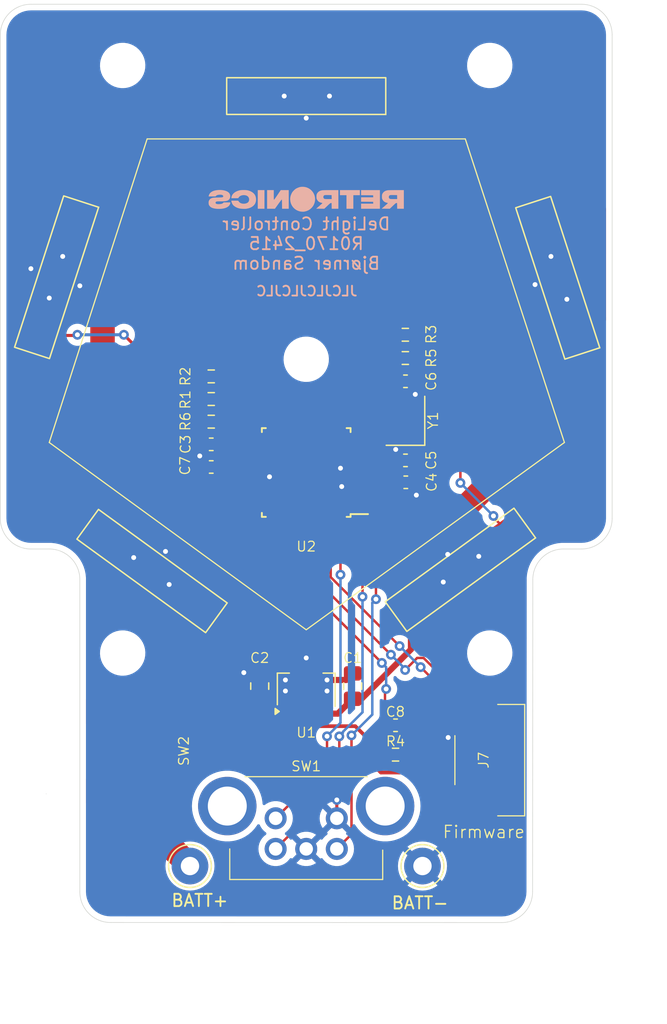
<source format=kicad_pcb>
(kicad_pcb (version 20221018) (generator pcbnew)
  (title_block (title "DeLight Omni Controller") (company "Retronics - Bjørner Sandom"))
  (layers (0 "F.Cu" signal) (31 "B.Cu" signal) (34 "B.Paste" user) (35 "F.Paste" user) (36 "B.SilkS" user "B.Silkscreen") (37 "F.SilkS" user "F.Silkscreen") (38 "B.Mask" user) (39 "F.Mask" user) (44 "Edge.Cuts" user))
  (net 0 "")
  (net 1 "+18V")
  (net 2 "GND")
  (net 3 "+5V")
  (net 4 "Net-(U2-XTAL1)")
  (net 5 "Net-(U2-XTAL2)")
  (net 6 "Net-(U2-AREF)")
  (net 7 "Net-(U2-~{RESET})")
  (net 8 "Net-(J4-Pin_3)")
  (net 9 "Net-(J5-Pin_3)")
  (net 10 "Net-(J6-Pin_3)")
  (net 11 "Net-(J7-Pin_3)")
  (net 12 "PWM1")
  (net 13 "PWM2")
  (net 14 "PWM3")
  (net 15 "PWM4")
  (net 16 "PWM5")
  (net 17 "ENC_A")
  (net 18 "ENC_B")
  (net 19 "ENC_SW")
  (net 32 "Net-(J7-Pin_1)")
  (net 33 "Net-(J3-Pin_1)")
  (net 34 "Net-(J7-Pin_4)")
  (net 35 "Net-(J8-Pin_3)")
  (net 36 "Net-(J1-Pin_1)")
  (footprint "Retronics_Passives:C_0603_1608Metric_Pad1.08x0.95mm_HandSolder" (layer "F.Cu") (at 70.6125 70.8)
    (fp_text reference "C6" (at 2.1 0 90) (layer "F.SilkS") (effects (font (size 0.8 0.8) (thickness 0.1))))
    (fp_text value "22pF")
    (pad "1" smd roundrect (at -0.8625 0) (size 1.075 0.95) (layers "F.Cu" "F.Paste" "F.Mask") (net 5 "Net-(U2-XTAL2)"))
    (pad "2" smd roundrect (at 0.8625 0) (size 1.075 0.95) (layers "F.Cu" "F.Paste" "F.Mask") (net 2 "GND"))
  )
  (footprint "Retronics_Passives:R_0603_1608Metric_Pad0.98x0.95mm_HandSolder" (layer "F.Cu") (at 70.6 68.9)
    (fp_text reference "R5" (at 2.1125 0 90) (layer "F.SilkS") (effects (font (size 0.8 0.8) (thickness 0.1))))
    (fp_text value "10kΩ")
    (pad "1" smd roundrect (at -0.9125 0) (size 0.975 0.95) (layers "F.Cu" "F.Paste" "F.Mask") (net 14 "PWM3"))
    (pad "2" smd roundrect (at 0.9125 0) (size 0.975 0.95) (layers "F.Cu" "F.Paste" "F.Mask") (net 10 "Net-(J6-Pin_3)"))
  )
  (footprint "Retronics_Passives:C_0603_1608Metric_Pad1.08x0.95mm_HandSolder" (layer "F.Cu") (at 70.6375 79.05)
    (fp_text reference "C4" (at 2.1125 0 90) (layer "F.SilkS") (effects (font (size 0.8 0.8) (thickness 0.1))))
    (fp_text value "100nF")
    (pad "1" smd roundrect (at -0.8625 0) (size 1.075 0.95) (layers "F.Cu" "F.Paste" "F.Mask") (net 3 "+5V"))
    (pad "2" smd roundrect (at 0.8625 0) (size 1.075 0.95) (layers "F.Cu" "F.Paste" "F.Mask") (net 2 "GND"))
  )
  (footprint "Retronics_Connectors:Pads_3_2.5x2.5mm_5mmPitch" (layer "F.Cu") (at 40.554915 67.055283 72)
    (fp_text reference "J3" hide)
    (fp_text value "Conn_01x03")
    (pad "1" smd rect (at 0 0 162) (size 2.5 2.5) (layers "F.Cu" "F.Paste" "F.Mask") (net 33 "Net-(J3-Pin_1)"))
    (pad "2" smd rect (at 5 0 162) (size 2.5 2.5) (layers "F.Cu" "F.Paste" "F.Mask") (net 2 "GND"))
    (pad "3" smd rect (at 10 0 162) (size 2.5 2.5) (layers "F.Cu" "F.Paste" "F.Mask") (net 1 "+18V"))
  )
  (footprint "Retronics_Connectors:Pads_3_2.5x2.5mm_5mmPitch" (layer "F.Cu") (at 45.854915 83.361074 -36)
    (fp_text reference "J8" hide)
    (fp_text value "Conn_01x03")
    (pad "1" smd rect (at 0 0 54) (size 2.5 2.5) (layers "F.Cu" "F.Paste" "F.Mask") (net 1 "+18V"))
    (pad "2" smd rect (at 5 0 54) (size 2.5 2.5) (layers "F.Cu" "F.Paste" "F.Mask") (net 2 "GND"))
    (pad "3" smd rect (at 10 0 54) (size 2.5 2.5) (layers "F.Cu" "F.Paste" "F.Mask") (net 35 "Net-(J8-Pin_3)"))
  )
  (footprint "Retronics_Passives:C_0805_2012Metric_Pad1.18x1.45mm_HandSolder" (layer "F.Cu") (at 58.7 95.7 90)
    (fp_text reference "C2" (at 2.3 0 180) (layer "F.SilkS") (effects (font (size 0.8 0.8) (thickness 0.1))))
    (fp_text value "1µF")
    (pad "1" smd roundrect (at -1.0375 0 90) (size 1.175 1.45) (layers "F.Cu" "F.Paste" "F.Mask") (roundrect_rratio 0.2127659574) (net 3 "+5V"))
    (pad "2" smd roundrect (at 1.0375 0 90) (size 1.175 1.45) (layers "F.Cu" "F.Paste" "F.Mask") (roundrect_rratio 0.2127659574) (net 2 "GND"))
  )
  (footprint "Retronics_Passives:C_0805_2012Metric_Pad1.18x1.45mm_HandSolder" (layer "F.Cu") (at 66.3 95.7 90)
    (fp_text reference "C1" (at 2.3 0 180) (layer "F.SilkS") (effects (font (size 0.8 0.8) (thickness 0.1))))
    (fp_text value "10µF 50V")
    (pad "1" smd roundrect (at -1.0375 0 90) (size 1.175 1.45) (layers "F.Cu" "F.Paste" "F.Mask") (roundrect_rratio 0.2127659574) (net 1 "+18V"))
    (pad "2" smd roundrect (at 1.0375 0 90) (size 1.175 1.45) (layers "F.Cu" "F.Paste" "F.Mask") (roundrect_rratio 0.2127659574) (net 2 "GND"))
  )
  (footprint "Retronics_Passives:C_0603_1608Metric_Pad1.08x0.95mm_HandSolder" (layer "F.Cu") (at 69.8 98.9 180)
    (fp_text reference "C8" (at 0.01 1.1) (layer "F.SilkS") (effects (font (size 0.8 0.8) (thickness 0.1))))
    (fp_text value "10nF")
    (pad "1" smd roundrect (at -0.8625 0 180) (size 1.075 0.95) (layers "F.Cu" "F.Paste" "F.Mask") (net 32 "Net-(J7-Pin_1)"))
    (pad "2" smd roundrect (at 0.8625 0 180) (size 1.075 0.95) (layers "F.Cu" "F.Paste" "F.Mask") (net 7 "Net-(U2-~{RESET})"))
  )
  (footprint "MountingHole:MountingHole_3.2mm_M3" (layer "F.Cu") (at 77.5 45)
    (fp_text reference "H5" hide)
    (fp_text value "MountingHole")
    (pad "" np_thru_hole circle (at 0 0) (size 3.2 3.2) (drill 3.2) (layers "*.Cu" "*.Mask"))
  )
  (footprint "Retronics_Connectors:Pads_3_2.5x2.5mm_5mmPitch" (layer "F.Cu") (at 67.5 47.5 180)
    (fp_text reference "J4" hide)
    (fp_text value "Conn_01x03")
    (pad "1" smd rect (at 0 0 270) (size 2.5 2.5) (layers "F.Cu" "F.Paste" "F.Mask") (net 1 "+18V"))
    (pad "2" smd rect (at 5 0 270) (size 2.5 2.5) (layers "F.Cu" "F.Paste" "F.Mask") (net 2 "GND"))
    (pad "3" smd rect (at 10 0 270) (size 2.5 2.5) (layers "F.Cu" "F.Paste" "F.Mask") (net 8 "Net-(J4-Pin_3)"))
  )
  (footprint "Retronics_Passives:R_0603_1608Metric_Pad0.98x0.95mm_HandSolder" (layer "F.Cu") (at 69.8 101.3 180)
    (fp_text reference "R4" (at 0 1.09) (layer "F.SilkS") (effects (font (size 0.8 0.8) (thickness 0.1))))
    (fp_text value "10kΩ")
    (pad "1" smd roundrect (at -0.9125 0 180) (size 0.975 0.95) (layers "F.Cu" "F.Paste" "F.Mask") (net 3 "+5V"))
    (pad "2" smd roundrect (at 0.9125 0 180) (size 0.975 0.95) (layers "F.Cu" "F.Paste" "F.Mask") (net 7 "Net-(U2-~{RESET})"))
  )
  (footprint "Retronics_IC_Power:SOT-89-3" (layer "F.Cu") (at 62.5 96 90)
    (fp_text reference "U1" (at -3.5 0 180) (layer "F.SilkS") (effects (font (size 0.8 0.8) (thickness 0.1))))
    (fp_text value "L78L05_SOT89")
    (pad "1" smd roundrect (at -1.95 -1.5 90) (size 1.3 0.9) (layers "F.Cu" "F.Paste" "F.Mask") (net 3 "+5V"))
    (pad "2" smd custom (at -1.8625 0 90) (size 1.475 0.9) (layers "F.Cu" "F.Paste" "F.Mask") (net 2 "GND") (options (clearance outline) (anchor rect)) (primitives (gr_poly (pts (xy 3.8625 0.8665) (xy 0.7375 0.8665) (xy 0.7375 -0.8665) (xy 3.8625 -0.8665)) (width 0) (fill yes))))
    (pad "3" smd roundrect (at -1.95 1.5 90) (size 1.3 0.9) (layers "F.Cu" "F.Paste" "F.Mask") (net 1 "+18V"))
  )
  (footprint "Crystal:Crystal_SMD_SeikoEpson_TSX3225-4Pin_3.2x2.5mm" (layer "F.Cu") (at 70.6125 74.03 90)
    (fp_text reference "Y1" (at 0.03 2.25 90) (layer "F.SilkS") (effects (font (size 0.8 0.8) (thickness 0.1))))
    (fp_text value "16MHz 16pF")
    (pad "1" smd rect (at -1.1 0.8 90) (size 1.4 1.15) (layers "F.Cu" "F.Paste" "F.Mask") (net 4 "Net-(U2-XTAL1)"))
    (pad "2" smd rect (at 1.1 0.8 90) (size 1.4 1.15) (layers "F.Cu" "F.Paste" "F.Mask") (net 2 "GND"))
    (pad "3" smd rect (at 1.1 -0.8 90) (size 1.4 1.15) (layers "F.Cu" "F.Paste" "F.Mask") (net 5 "Net-(U2-XTAL2)"))
    (pad "4" smd rect (at -1.1 -0.8 90) (size 1.4 1.15) (layers "F.Cu" "F.Paste" "F.Mask") (net 2 "GND"))
  )
  (footprint "Retronics_Passives:C_0603_1608Metric_Pad1.08x0.95mm_HandSolder" (layer "F.Cu") (at 54.7375 75.95 180)
    (fp_text reference "C3" (at 2.1 0 90) (layer "F.SilkS") (effects (font (size 0.8 0.8) (thickness 0.1))))
    (fp_text value "100nF")
    (pad "1" smd roundrect (at -0.8625 0 180) (size 1.075 0.95) (layers "F.Cu" "F.Paste" "F.Mask") (net 3 "+5V"))
    (pad "2" smd roundrect (at 0.8625 0 180) (size 1.075 0.95) (layers "F.Cu" "F.Paste" "F.Mask") (net 2 "GND"))
  )
  (footprint "Retronics_Passives:C_0603_1608Metric_Pad1.08x0.95mm_HandSolder" (layer "F.Cu") (at 54.7375 77.8 180)
    (fp_text reference "C7" (at 2.1375 0.1 90) (layer "F.SilkS") (effects (font (size 0.8 0.8) (thickness 0.1))))
    (fp_text value "100nF")
    (pad "1" smd roundrect (at -0.8625 0 180) (size 1.075 0.95) (layers "F.Cu" "F.Paste" "F.Mask") (net 6 "Net-(U2-AREF)"))
    (pad "2" smd roundrect (at 0.8625 0 180) (size 1.075 0.95) (layers "F.Cu" "F.Paste" "F.Mask") (net 2 "GND"))
  )
  (footprint "Retronics_Passives:R_0603_1608Metric_Pad0.98x0.95mm_HandSolder" (layer "F.Cu") (at 54.7375 70.4 180)
    (fp_text reference "R2" (at 2.1125 0 90) (layer "F.SilkS") (effects (font (size 0.8 0.8) (thickness 0.1))))
    (fp_text value "10kΩ")
    (pad "1" smd roundrect (at -0.9125 0 180) (size 0.975 0.95) (layers "F.Cu" "F.Paste" "F.Mask") (net 12 "PWM1"))
    (pad "2" smd roundrect (at 0.9125 0 180) (size 0.975 0.95) (layers "F.Cu" "F.Paste" "F.Mask") (net 8 "Net-(J4-Pin_3)"))
  )
  (footprint "Retronics_Switches:PEC12R-2220F-S0024" (layer "F.Cu") (at 60 106.5)
    (fp_text reference "SW1" (at 2.5 -4.25) (layer "F.SilkS") (effects (font (size 0.8 0.8) (thickness 0.1))))
    (fp_text value "RotaryEncoder_Switch" hide)
    (pad "A" thru_hole circle (at 0 2.5) (size 1.8 1.8) (drill 1.1) (layers "*.Cu" "*.Mask") (net 17 "ENC_A"))
    (pad "B" thru_hole circle (at 5 2.5) (size 1.8 1.8) (drill 1.1) (layers "*.Cu" "*.Mask") (net 18 "ENC_B"))
    (pad "C" thru_hole circle (at 2.5 2.5) (size 1.8 1.8) (drill 1.1) (layers "*.Cu" "*.Mask") (net 2 "GND"))
    (pad "MH1" thru_hole circle (at -3.95 -1) (size 4.774 4.774) (drill 3.1828) (layers "*.Cu" "*.Mask"))
    (pad "MH2" thru_hole circle (at 8.95 -1) (size 4.774 4.774) (drill 3.1828) (layers "*.Cu" "*.Mask"))
    (pad "S1" thru_hole circle (at 0 0) (size 1.8 1.8) (drill 1.1) (layers "*.Cu" "*.Mask") (net 19 "ENC_SW"))
    (pad "S2" thru_hole circle (at 5 0) (size 1.8 1.8) (drill 1.1) (layers "*.Cu" "*.Mask") (net 2 "GND"))
  )
  (footprint "TestPoint:TestPoint_THTPad_D3.0mm_Drill1.5mm" (layer "F.Cu") (at 53 110.4)
    (fp_text reference "J1" hide)
    (fp_text value "Conn_01x01")
    (pad "1" thru_hole circle (at 0 0) (size 3 3) (drill 1.5) (layers "*.Cu" "*.Mask") (net 36 "Net-(J1-Pin_1)"))
  )
  (footprint "Retronics_Passives:R_0603_1608Metric_Pad0.98x0.95mm_HandSolder" (layer "F.Cu") (at 54.7375 72.25 180)
    (fp_text reference "R1" (at 2.1125 -0.05 90) (layer "F.SilkS") (effects (font (size 0.8 0.8) (thickness 0.1))))
    (fp_text value "10kΩ")
    (pad "1" smd roundrect (at -0.9125 0 180) (size 0.975 0.95) (layers "F.Cu" "F.Paste" "F.Mask") (net 15 "PWM4"))
    (pad "2" smd roundrect (at 0.9125 0 180) (size 0.975 0.95) (layers "F.Cu" "F.Paste" "F.Mask") (net 33 "Net-(J3-Pin_1)"))
  )
  (footprint "Retronics_Connectors:Pads_3_2.5x2.5mm_5mmPitch" (layer "F.Cu") (at 71.054915 89.138927 36)
    (fp_text reference "J6" hide)
    (fp_text value "Conn_01x03")
    (pad "1" smd rect (at 0 0 126) (size 2.5 2.5) (layers "F.Cu" "F.Paste" "F.Mask") (net 1 "+18V"))
    (pad "2" smd rect (at 5 0 126) (size 2.5 2.5) (layers "F.Cu" "F.Paste" "F.Mask") (net 2 "GND"))
    (pad "3" smd rect (at 10 0 126) (size 2.5 2.5) (layers "F.Cu" "F.Paste" "F.Mask") (net 10 "Net-(J6-Pin_3)"))
  )
  (footprint "Retronics_Passives:C_0603_1608Metric_Pad1.08x0.95mm_HandSolder" (layer "F.Cu") (at 70.6125 77.26 180)
    (fp_text reference "C5" (at -2.1 0.01 90) (layer "F.SilkS") (effects (font (size 0.8 0.8) (thickness 0.1))))
    (fp_text value "22pF")
    (pad "1" smd roundrect (at -0.8625 0 180) (size 1.075 0.95) (layers "F.Cu" "F.Paste" "F.Mask") (net 4 "Net-(U2-XTAL1)"))
    (pad "2" smd roundrect (at 0.8625 0 180) (size 1.075 0.95) (layers "F.Cu" "F.Paste" "F.Mask") (net 2 "GND"))
  )
  (footprint "Retronics_MCU:TQFP-32_7x7mm_P0.8mm" (layer "F.Cu") (at 62.5 78.25 180)
    (fp_text reference "U2" (at 0 -6.05 180) (layer "F.SilkS") (effects (font (size 0.8 0.8) (thickness 0.1))))
    (fp_text value "ATMEGA328P-AU")
    (pad "1" smd rect (at -4.25 -2.8 180) (size 1.6 0.55) (layers "F.Cu" "F.Paste" "F.Mask") (net 17 "ENC_A"))
    (pad "2" smd rect (at -4.25 -2 180) (size 1.6 0.55) (layers "F.Cu" "F.Paste" "F.Mask") (net 18 "ENC_B"))
    (pad "3" smd rect (at -4.25 -1.2 180) (size 1.6 0.55) (layers "F.Cu" "F.Paste" "F.Mask") (net 2 "GND"))
    (pad "4" smd rect (at -4.25 -0.4 180) (size 1.6 0.55) (layers "F.Cu" "F.Paste" "F.Mask") (net 3 "+5V"))
    (pad "5" smd rect (at -4.25 0.4 180) (size 1.6 0.55) (layers "F.Cu" "F.Paste" "F.Mask") (net 2 "GND"))
    (pad "6" smd rect (at -4.25 1.2 180) (size 1.6 0.55) (layers "F.Cu" "F.Paste" "F.Mask") (net 3 "+5V"))
    (pad "7" smd rect (at -4.25 2 180) (size 1.6 0.55) (layers "F.Cu" "F.Paste" "F.Mask") (net 4 "Net-(U2-XTAL1)"))
    (pad "8" smd rect (at -4.25 2.8 180) (size 1.6 0.55) (layers "F.Cu" "F.Paste" "F.Mask") (net 5 "Net-(U2-XTAL2)"))
    (pad "9" smd rect (at -2.8 4.25 270) (size 1.6 0.55) (layers "F.Cu" "F.Paste" "F.Mask") (net 14 "PWM3"))
    (pad "10" smd rect (at -2 4.25 270) (size 1.6 0.55) (layers "F.Cu" "F.Paste" "F.Mask") (net 13 "PWM2"))
    (pad "11" smd rect (at -1.2 4.25 270) (size 1.6 0.55) (layers "F.Cu" "F.Paste" "F.Mask"))
    (pad "12" smd rect (at -0.4 4.25 270) (size 1.6 0.55) (layers "F.Cu" "F.Paste" "F.Mask"))
    (pad "13" smd rect (at 0.4 4.25 270) (size 1.6 0.55) (layers "F.Cu" "F.Paste" "F.Mask") (net 12 "PWM1"))
    (pad "14" smd rect (at 1.2 4.25 270) (size 1.6 0.55) (layers "F.Cu" "F.Paste" "F.Mask") (net 16 "PWM5"))
    (pad "15" smd rect (at 2 4.25 270) (size 1.6 0.55) (layers "F.Cu" "F.Paste" "F.Mask") (net 15 "PWM4"))
    (pad "16" smd rect (at 2.8 4.25 270) (size 1.6 0.55) (layers "F.Cu" "F.Paste" "F.Mask"))
    (pad "17" smd rect (at 4.25 2.8 180) (size 1.6 0.55) (layers "F.Cu" "F.Paste" "F.Mask"))
    (pad "18" smd rect (at 4.25 2 180) (size 1.6 0.55) (layers "F.Cu" "F.Paste" "F.Mask") (net 3 "+5V"))
    (pad "19" smd rect (at 4.25 1.2 180) (size 1.6 0.55) (layers "F.Cu" "F.Paste" "F.Mask"))
    (pad "20" smd rect (at 4.25 0.4 180) (size 1.6 0.55) (layers "F.Cu" "F.Paste" "F.Mask") (net 6 "Net-(U2-AREF)"))
    (pad "21" smd rect (at 4.25 -0.4 180) (size 1.6 0.55) (layers "F.Cu" "F.Paste" "F.Mask") (net 2 "GND"))
    (pad "22" smd rect (at 4.25 -1.2 180) (size 1.6 0.55) (layers "F.Cu" "F.Paste" "F.Mask"))
    (pad "23" smd rect (at 4.25 -2 180) (size 1.6 0.55) (layers "F.Cu" "F.Paste" "F.Mask"))
    (pad "24" smd rect (at 4.25 -2.8 180) (size 1.6 0.55) (layers "F.Cu" "F.Paste" "F.Mask"))
    (pad "25" smd rect (at 2.8 -4.25 270) (size 1.6 0.55) (layers "F.Cu" "F.Paste" "F.Mask"))
    (pad "26" smd rect (at 2 -4.25 270) (size 1.6 0.55) (layers "F.Cu" "F.Paste" "F.Mask"))
    (pad "27" smd rect (at 1.2 -4.25 270) (size 1.6 0.55) (layers "F.Cu" "F.Paste" "F.Mask"))
    (pad "28" smd rect (at 0.4 -4.25 270) (size 1.6 0.55) (layers "F.Cu" "F.Paste" "F.Mask"))
    (pad "29" smd rect (at -0.4 -4.25 270) (size 1.6 0.55) (layers "F.Cu" "F.Paste" "F.Mask") (net 7 "Net-(U2-~{RESET})"))
    (pad "30" smd rect (at -1.2 -4.25 270) (size 1.6 0.55) (layers "F.Cu" "F.Paste" "F.Mask") (net 34 "Net-(J7-Pin_4)"))
    (pad "31" smd rect (at -2 -4.25 270) (size 1.6 0.55) (layers "F.Cu" "F.Paste" "F.Mask") (net 11 "Net-(J7-Pin_3)"))
    (pad "32" smd rect (at -2.8 -4.25 270) (size 1.6 0.55) (layers "F.Cu" "F.Paste" "F.Mask") (net 19 "ENC_SW"))
  )
  (footprint "Retronics_Passives:R_0603_1608Metric_Pad0.98x0.95mm_HandSolder" (layer "F.Cu") (at 54.7375 74.1 180)
    (fp_text reference "R6" (at 2.1125 0.02 90) (layer "F.SilkS") (effects (font (size 0.8 0.8) (thickness 0.1))))
    (fp_text value "10kΩ")
    (pad "1" smd roundrect (at -0.9125 0 180) (size 0.975 0.95) (layers "F.Cu" "F.Paste" "F.Mask") (net 16 "PWM5"))
    (pad "2" smd roundrect (at 0.9125 0 180) (size 0.975 0.95) (layers "F.Cu" "F.Paste" "F.Mask") (net 35 "Net-(J8-Pin_3)"))
  )
  (footprint "MountingHole:MountingHole_3.2mm_M3" (layer "F.Cu") (at 47.5 93)
    (fp_text reference "H3" hide)
    (fp_text value "MountingHole")
    (pad "" np_thru_hole circle (at 0 0) (size 3.2 3.2) (drill 3.2) (layers "*.Cu" "*.Mask"))
  )
  (footprint "Retronics_Passives:R_0603_1608Metric_Pad0.98x0.95mm_HandSolder" (layer "F.Cu") (at 70.6 67)
    (fp_text reference "R3" (at 2.1125 -0.0375 90) (layer "F.SilkS") (effects (font (size 0.8 0.8) (thickness 0.1))))
    (fp_text value "10kΩ")
    (pad "1" smd roundrect (at -0.9125 0) (size 0.975 0.95) (layers "F.Cu" "F.Paste" "F.Mask") (net 13 "PWM2"))
    (pad "2" smd roundrect (at 0.9125 0) (size 0.975 0.95) (layers "F.Cu" "F.Paste" "F.Mask") (net 9 "Net-(J5-Pin_3)"))
  )
  (footprint "MountingHole:MountingHole_3.2mm_M3" (layer "F.Cu") (at 77.5 93)
    (fp_text reference "H4" hide)
    (fp_text value "MountingHole")
    (pad "" np_thru_hole circle (at 0 0) (size 3.2 3.2) (drill 3.2) (layers "*.Cu" "*.Mask"))
  )
  (footprint "MountingHole:MountingHole_3.2mm_M3" (layer "F.Cu") (at 62.5 69)
    (fp_text reference "H2" hide)
    (fp_text value "MountingHole")
    (pad "" np_thru_hole circle locked (at 0 0) (size 3.2 3.2) (drill 3.2) (layers "*.Cu" "*.Mask"))
  )
  (footprint "TestPoint:TestPoint_THTPad_D3.0mm_Drill1.5mm" (layer "F.Cu") (at 72 110.4)
    (fp_text reference "J2" hide)
    (fp_text value "Conn_01x01")
    (pad "1" thru_hole circle (at 0 0) (size 3 3) (drill 1.5) (layers "*.Cu" "*.Mask") (net 2 "GND"))
  )
  (footprint "Retronics_Connectors:Pads_Dual_7x2mm_6.5mmPitch" (layer "F.Cu") (at 48 104.275 90)
    (fp_text reference "SW2" (at 3.275 4.5 90 unlocked) (layer "F.SilkS") (effects (font (size 0.8 0.8) (thickness 0.1))))
    (fp_text value "KCD1-A")
    (pad "1" smd rect (at 0 0 270) (size 2 7) (layers "F.Cu" "F.Paste" "F.Mask") (net 36 "Net-(J1-Pin_1)"))
    (pad "2" smd rect (at 6.5 0 270) (size 2 7) (layers "F.Cu" "F.Paste" "F.Mask") (net 1 "+18V"))
  )
  (footprint "Retronics_Connectors:Pads_3_2.5x2.5mm_5mmPitch" (layer "F.Cu") (at 84.6 67.1 108)
    (fp_text reference "J5" hide)
    (fp_text value "Conn_01x03")
    (pad "1" smd rect (at 0 0 198) (size 2.5 2.5) (layers "F.Cu" "F.Paste" "F.Mask") (net 1 "+18V"))
    (pad "2" smd rect (at 5 0 198) (size 2.5 2.5) (layers "F.Cu" "F.Paste" "F.Mask") (net 2 "GND"))
    (pad "3" smd rect (at 10 0 198) (size 2.5 2.5) (layers "F.Cu" "F.Paste" "F.Mask") (net 9 "Net-(J5-Pin_3)"))
  )
  (footprint "Retronics_Connectors:FFC_0527450697" (layer "F.Cu") (at 77 101.75 90)
    (fp_text reference "J7" (at 0 0 90) (layer "F.SilkS") (effects (font (size 0.8 0.8) (thickness 0.1))))
    (fp_text value "FFC6" hide)
    (pad "1" smd rect (at -1.25 -2.95 90) (size 0.3 0.8) (layers "F.Cu" "F.Paste" "F.Mask") (net 32 "Net-(J7-Pin_1)"))
    (pad "2" smd rect (at -0.75 -2.95 90) (size 0.3 0.8) (layers "F.Cu" "F.Paste" "F.Mask") (net 3 "+5V"))
    (pad "3" smd rect (at -0.25 -2.95 90) (size 0.3 0.8) (layers "F.Cu" "F.Paste" "F.Mask") (net 11 "Net-(J7-Pin_3)"))
    (pad "4" smd rect (at 0.25 -2.95 90) (size 0.3 0.8) (layers "F.Cu" "F.Paste" "F.Mask") (net 34 "Net-(J7-Pin_4)"))
    (pad "5" smd rect (at 0.75 -2.95 90) (size 0.3 0.8) (layers "F.Cu" "F.Paste" "F.Mask") (net 2 "GND"))
    (pad "6" smd rect (at 1.25 -2.95 90) (size 0.3 0.8) (layers "F.Cu" "F.Paste" "F.Mask") (net 2 "GND"))
    (pad "7" smd rect (at -3.7 -1.025 90) (size 2.4 3.05) (layers "F.Cu" "F.Paste" "F.Mask"))
    (pad "8" smd rect (at 3.7 -1.025 90) (size 2.4 3.05) (layers "F.Cu" "F.Paste" "F.Mask"))
  )
  (footprint "MountingHole:MountingHole_3.2mm_M3" (layer "F.Cu") (at 47.5 45)
    (fp_text reference "H1" hide)
    (fp_text value "MountingHole")
    (pad "" np_thru_hole circle (at 0 0) (size 3.2 3.2) (drill 3.2) (layers "*.Cu" "*.Mask"))
  )
  (footprint "Icons_Graphics:retronics_logo_18mm" (layer "B.Cu") (at 62.495721 55.9 180)
    (fp_text reference "G***" hide)
    (fp_text value "LOGO" hide)
  )
  (gr_line (start 41.5 75.8) (end 49.5 51) (stroke (width 0.1)) (layer "F.SilkS"))
  (gr_line (start 49.5 51) (end 75.5 51) (stroke (width 0.1)) (layer "F.SilkS"))
  (gr_line (start 75.5 51) (end 83.6 75.8) (stroke (width 0.1)) (layer "F.SilkS"))
  (gr_line (start 62.5 91.1) (end 41.5 75.8) (stroke (width 0.1)) (layer "F.SilkS"))
  (gr_line (start 83.6 75.8) (end 62.5 91.1) (stroke (width 0.1)) (layer "F.SilkS"))
  (gr_line (start 37.5 82) (end 37.5 42.5) (stroke (width 0.05)) (layer "Edge.Cuts"))
  (gr_line (start 87.5 42.5) (end 87.5 82) (stroke (width 0.05)) (layer "Edge.Cuts"))
  (gr_arc (start 41.5 84.5) (mid 43.267767 85.232233) (end 44 87) (stroke (width 0.05)) (layer "Edge.Cuts"))
  (gr_arc (start 85 40) (mid 86.767767 40.732233) (end 87.5 42.5) (stroke (width 0.05)) (layer "Edge.Cuts"))
  (gr_arc (start 81.017767 87) (mid 81.75 85.232233) (end 83.517767 84.5) (stroke (width 0.05)) (layer "Edge.Cuts"))
  (gr_line (start 44 112.5) (end 44 87) (stroke (width 0.05)) (layer "Edge.Cuts"))
  (gr_arc (start 37.5 42.5) (mid 38.232233 40.732233) (end 40 40) (stroke (width 0.05)) (layer "Edge.Cuts"))
  (gr_arc (start 40 84.5) (mid 38.232233 83.767767) (end 37.5 82) (stroke (width 0.05)) (layer "Edge.Cuts"))
  (gr_arc (start 87.5 82) (mid 86.767767 83.767767) (end 85 84.5) (stroke (width 0.05)) (layer "Edge.Cuts"))
  (gr_arc (start 81 112.5) (mid 80.262563 114.28033) (end 78.482233 115.017767) (stroke (width 0.05)) (layer "Edge.Cuts"))
  (gr_line (start 81 112.5) (end 81.017767 87) (stroke (width 0.05)) (layer "Edge.Cuts"))
  (gr_arc (start 46.529367 115.011456) (mid 44.741928 114.282211) (end 44 112.5) (stroke (width 0.05)) (layer "Edge.Cuts"))
  (gr_line (start 78.482233 115.017767) (end 46.529367 115.011456) (stroke (width 0.05)) (layer "Edge.Cuts"))
  (gr_line (start 83.517767 84.5) (end 85 84.5) (stroke (width 0.05)) (layer "Edge.Cuts"))
  (gr_line (start 41.25 104.5) (end 41.25 104.5) (stroke (width 0.05)) (layer "Edge.Cuts"))
  (gr_line (start 40 40) (end 85 40) (stroke (width 0.05)) (layer "Edge.Cuts"))
  (gr_line (start 41.5 84.5) (end 40 84.5) (stroke (width 0.05)) (layer "Edge.Cuts"))
  (gr_text "DeLight Controller\nR0170_2415\nBjørner Sandom\n" (at 62.5 61.75) (layer "B.SilkS") (effects (font (size 1 1)) (justify bottom mirror)))
  (gr_text "JLCJLCJLCJLC" (at 66.759286 63.9) (layer "B.SilkS") (effects (font (size 0.8 0.8) (thickness 0.15) bold) (justify left bottom mirror)))
  (gr_text "BATT+" (at 53.8 113.8) (layer "F.SilkS") (effects (font (size 1 1)) (justify bottom)))
  (gr_text "Firmware" (at 73.590778 108.2) (layer "F.SilkS") (effects (font (size 1 1) (thickness 0.1)) (justify left bottom)))
  (gr_text "BATT-" (at 71.8 114) (layer "F.SilkS") (effects (font (size 1 1)) (justify bottom)))
  (segment (start 43.645085 57.544718) (end 43.645085 56.23039) (width 2) (layer "F.Cu") (net 1))
  (segment (start 51.75 95.5) (end 49.475 97.775) (width 2) (layer "F.Cu") (net 1))
  (segment (start 85.997158 56.797158) (end 85.995651 65.704349) (width 2) (layer "F.Cu") (net 1))
  (segment (start 82.3 53.1) (end 85.997158 56.797158) (width 2) (layer "F.Cu") (net 1))
  (segment (start 45.854915 83.361074) (end 45.854915 85.974515) (width 2) (layer "F.Cu") (net 1))
  (segment (start 71.054915 89.138927) (end 71.054915 85.540922) (width 2) (layer "F.Cu") (net 1))
  (segment (start 45.854915 83.361074) (end 45.854915 59.754548) (width 2) (layer "F.Cu") (net 1))
  (segment (start 71.054915 92.707585) (end 71.054915 89.138927) (width 0.5) (layer "F.Cu") (net 1))
  (segment (start 71.054915 85.540922) (end 84.6 71.995837) (width 2) (layer "F.Cu") (net 1))
  (segment (start 67.5 47.5) (end 67.4 47.4) (width 2) (layer "F.Cu") (net 1))
  (segment (start 67.4 44.9) (end 71.3 44.9) (width 2) (layer "F.Cu") (net 1))
  (segment (start 64 97.95) (end 65.0875 97.95) (width 0.5) (layer "F.Cu") (net 1))
  (segment (start 45.854915 59.754548) (end 43.645085 57.544718) (width 2) (layer "F.Cu") (net 1))
  (segment (start 79.5 53.1) (end 82.3 53.1) (width 2) (layer "F.Cu") (net 1))
  (segment (start 66.3 96.7375) (end 67.025 96.7375) (width 0.5) (layer "F.Cu") (net 1))
  (segment (start 54.975475 44.9) (end 67.4 44.9) (width 2) (layer "F.Cu") (net 1))
  (segment (start 65.0875 97.95) (end 66.3 96.7375) (width 0.5) (layer "F.Cu") (net 1))
  (segment (start 84.6 71.995837) (end 84.6 67.1) (width 2) (layer "F.Cu") (net 1))
  (segment (start 71.3 44.9) (end 79.5 53.1) (width 2) (layer "F.Cu") (net 1))
  (segment (start 45.854915 85.974515) (end 51.75 91.8696) (width 2) (layer "F.Cu") (net 1))
  (segment (start 67.025 96.7375) (end 71.054915 92.707585) (width 0.5) (layer "F.Cu") (net 1))
  (segment (start 51.75 91.8696) (end 51.75 95.5) (width 2) (layer "F.Cu") (net 1))
  (segment (start 85.995651 65.704349) (end 84.6 67.1) (width 2) (layer "F.Cu") (net 1))
  (segment (start 67.4 47.4) (end 67.4 44.9) (width 2) (layer "F.Cu") (net 1))
  (segment (start 43.645085 56.23039) (end 54.975475 44.9) (width 2) (layer "F.Cu") (net 1))
  (segment (start 49.475 97.775) (end 46.7 97.775) (width 2) (layer "F.Cu") (net 1))
  (segment (start 62.5 47.5) (end 64.4 47.5) (width 1) (layer "F.Cu") (net 2))
  (segment (start 66.75 79.45) (end 65.45 79.45) (width 0.2) (layer "F.Cu") (net 2))
  (segment (start 53.875 76.825) (end 53.875 75.95) (width 0.2) (layer "F.Cu") (net 2))
  (segment (start 71.5 79.05) (end 71.5 80.1) (width 0.2) (layer "F.Cu") (net 2))
  (segment (start 53.875 77.8) (end 53.875 76.975) (width 0.2) (layer "F.Cu") (net 2))
  (segment (start 49.9 86.3) (end 51.3 87.4) (width 1) (layer "F.Cu") (net 2))
  (segment (start 74.05 99.95) (end 74.1 99.9) (width 0.3) (layer "F.Cu") (net 2))
  (segment (start 42.1 62.3) (end 40 61.6) (width 1) (layer "F.Cu") (net 2))
  (segment (start 74.05 100.5) (end 74.05 99.95) (width 0.3) (layer "F.Cu") (net 2))
  (segment (start 69.75 76.43) (end 69.8125 76.3675) (width 0.25) (layer "F.Cu") (net 2))
  (segment (start 65.35 77.85) (end 65.3 77.9) (width 0.2) (layer "F.Cu") (net 2))
  (segment (start 69.75 76.305) (end 69.75 75.1925) (width 0.25) (layer "F.Cu") (net 2))
  (segment (start 53.8 76.9) (end 53.875 76.825) (width 0.2) (layer "F.Cu") (net 2))
  (segment (start 74.06129 85.161291) (end 74.06129 84.93871) (width 1) (layer "F.Cu") (net 2))
  (segment (start 64.2 95.2) (end 60.8 95.2) (width 0.5) (layer "F.Cu") (net 2))
  (segment (start 64.2 95.2) (end 65.7625 95.2) (width 0.5) (layer "F.Cu") (net 2))
  (segment (start 83.054915 62.344717) (end 81.2 62.9) (width 1) (layer "F.Cu") (net 2))
  (segment (start 75.1 86.200001) (end 76.6 85.1) (width 1) (layer "F.Cu") (net 2))
  (segment (start 42.1 62.3) (end 44 63) (width 1) (layer "F.Cu") (net 2))
  (segment (start 71.475 70.8) (end 71.475 72.8675) (width 0.25) (layer "F.Cu") (net 2))
  (segment (start 75.1 86.200001) (end 74.06129 85.161291) (width 1) (layer "F.Cu") (net 2))
  (segment (start 65 106.5) (end 65 105) (width 0.25) (layer "F.Cu") (net 2))
  (segment (start 57.4625 94.6625) (end 57.4 94.6) (width 0.5) (layer "F.Cu") (net 2))
  (segment (start 42.1 62.3) (end 41.5 64) (width 1) (layer "F.Cu") (net 2))
  (segment (start 60.8 96.1) (end 64.2 96.1) (width 0.5) (layer "F.Cu") (net 2))
  (segment (start 65.45 79.45) (end 65.4 79.4) (width 0.2) (layer "F.Cu") (net 2))
  (segment (start 75.1 86.200001) (end 73.7 87.2) (width 1) (layer "F.Cu") (net 2))
  (segment (start 42.1 62.3) (end 42.6 60.6) (width 1) (layer "F.Cu") (net 2))
  (segment (start 62.5 47.5) (end 62.5 49.3) (width 1) (layer "F.Cu") (net 2))
  (segment (start 59.45 78.65) (end 59.5 78.6) (width 0.2) (layer "F.Cu") (net 2))
  (segment (start 74.05 101) (end 74.05 100.5) (width 0.3) (layer "F.Cu") (net 2))
  (segment (start 58.7 94.6625) (end 57.4625 94.6625) (width 0.5) (layer "F.Cu") (net 2))
  (segment (start 69.75 75.1925) (end 69.8125 75.13) (width 0.25) (layer "F.Cu") (net 2))
  (segment (start 62.5 47.5) (end 60.7 47.5) (width 1) (layer "F.Cu") (net 2))
  (segment (start 83.054915 62.344717) (end 83.8 64.1) (width 1) (layer "F.Cu") (net 2))
  (segment (start 71.475 72.8675) (end 71.4125 72.93) (width 0.25) (layer "F.Cu") (net 2))
  (segment (start 69.75 77.26) (end 69.75 76.43) (width 0.25) (layer "F.Cu") (net 2))
  (segment (start 69.8125 76.3675) (end 69.75 76.305) (width 0.25) (layer "F.Cu") (net 2))
  (segment (start 66.75 77.85) (end 65.35 77.85) (width 0.2) (layer "F.Cu") (net 2))
  (segment (start 58.25 78.65) (end 59.45 78.65) (width 0.2) (layer "F.Cu") (net 2))
  (segment (start 53.875 76.975) (end 53.8 76.9) (width 0.2) (layer "F.Cu") (net 2))
  (segment (start 62.5 97.8625) (end 62.5 93.4) (width 0.5) (layer "F.Cu") (net 2))
  (segment (start 83.054915 62.344717) (end 82.5 60.6) (width 1) (layer "F.Cu") (net 2))
  (segment (start 49.9 86.3) (end 48.4 85.2) (width 1) (layer "F.Cu") (net 2))
  (segment (start 49.9 86.3) (end 51 84.7) (width 1) (layer "F.Cu") (net 2))
  (segment (start 65.7625 95.2) (end 66.3 94.6625) (width 0.5) (layer "F.Cu") (net 2))
  (via (at 41.5 64) (size 0.8) (drill 0.4) (layers "F.Cu" "B.Cu") (net 2))
  (via (at 64.4 47.5) (size 0.8) (drill 0.4) (layers "F.Cu" "B.Cu") (net 2))
  (via (at 62.5 93.4) (size 0.8) (drill 0.4) (layers "F.Cu" "B.Cu") (net 2))
  (via (at 71.4125 71.8675) (size 0.8) (drill 0.4) (layers "F.Cu" "B.Cu") (net 2))
  (via (at 51.3 87.4) (size 0.8) (drill 0.4) (layers "F.Cu" "B.Cu") (net 2))
  (via (at 62.5 49.3) (size 0.8) (drill 0.4) (layers "F.Cu" "B.Cu") (net 2))
  (via (at 60.8 96.1) (size 0.8) (drill 0.4) (layers "F.Cu" "B.Cu") (net 2))
  (via (at 73.7 87.2) (size 0.8) (drill 0.4) (layers "F.Cu" "B.Cu") (net 2))
  (via (at 81.2 62.9) (size 0.8) (drill 0.4) (layers "F.Cu" "B.Cu") (net 2))
  (via (at 65.4 79.4) (size 0.8) (drill 0.4) (layers "F.Cu" "B.Cu") (net 2))
  (via (at 53.8 76.9) (size 0.8) (drill 0.4) (layers "F.Cu" "B.Cu") (net 2))
  (via (at 42.6 60.6) (size 0.8) (drill 0.4) (layers "F.Cu" "B.Cu") (net 2))
  (via (at 40 61.6) (size 0.8) (drill 0.4) (layers "F.Cu" "B.Cu") (net 2))
  (via (at 57.4 94.6) (size 0.8) (drill 0.4) (layers "F.Cu" "B.Cu") (net 2))
  (via (at 59.5 78.6) (size 0.8) (drill 0.4) (layers "F.Cu" "B.Cu") (net 2))
  (via (at 82.5 60.6) (size 0.8) (drill 0.4) (layers "F.Cu" "B.Cu") (net 2))
  (via (at 51 84.7) (size 0.8) (drill 0.4) (layers "F.Cu" "B.Cu") (net 2))
  (via (at 74.1 99.9) (size 0.8) (drill 0.4) (layers "F.Cu" "B.Cu") (net 2))
  (via (at 71.5 80.1) (size 0.8) (drill 0.4) (layers "F.Cu" "B.Cu") (net 2))
  (via (at 48.4 85.2) (size 0.8) (drill 0.4) (layers "F.Cu" "B.Cu") (net 2))
  (via (at 76.6 85.1) (size 0.8) (drill 0.4) (layers "F.Cu" "B.Cu") (net 2))
  (via (at 65 105) (size 0.8) (drill 0.4) (layers "F.Cu" "B.Cu") (net 2))
  (via (at 69.8125 76.3675) (size 0.8) (drill 0.4) (layers "F.Cu" "B.Cu") (net 2))
  (via (at 44 63) (size 0.8) (drill 0.4) (layers "F.Cu" "B.Cu") (net 2))
  (via (at 64.2 95.2) (size 0.8) (drill 0.4) (layers "F.Cu" "B.Cu") (net 2))
  (via (at 74.06129 84.93871) (size 0.8) (drill 0.4) (layers "F.Cu" "B.Cu") (net 2))
  (via (at 60.8 95.2) (size 0.8) (drill 0.4) (layers "F.Cu" "B.Cu") (net 2))
  (via (at 60.7 47.5) (size 0.8) (drill 0.4) (layers "F.Cu" "B.Cu") (net 2))
  (via (at 64.2 96.1) (size 0.8) (drill 0.4) (layers "F.Cu" "B.Cu") (net 2))
  (via (at 83.8 64.1) (size 0.8) (drill 0.4) (layers "F.Cu" "B.Cu") (net 2))
  (via (at 65.3 77.9) (size 0.8) (drill 0.4) (layers "F.Cu" "B.Cu") (net 2))
  (segment (start 66.510661 98.975) (end 67.816297 100.280636) (width 0.3) (layer "F.Cu") (net 3))
  (segment (start 58.25 76.25) (end 61.65 76.25) (width 0.3) (layer "F.Cu") (net 3))
  (segment (start 58.25 76.25) (end 55.9 76.25) (width 0.3) (layer "F.Cu") (net 3))
  (segment (start 55.9 76.25) (end 55.6 75.95) (width 0.3) (layer "F.Cu") (net 3))
  (segment (start 61.475 98.975) (end 66.510661 98.975) (width 0.3) (layer "F.Cu") (net 3))
  (segment (start 57.975 96.7375) (end 56.3 95.0625) (width 0.5) (layer "F.Cu") (net 3))
  (segment (start 70.083703 102.763) (end 70.6 102.763) (width 0.3) (layer "F.Cu") (net 3))
  (segment (start 67.816297 100.280636) (end 67.816297 101.979297) (width 0.3) (layer "F.Cu") (net 3))
  (segment (start 61 97.95) (end 59.9125 97.95) (width 0.5) (layer "F.Cu") (net 3))
  (segment (start 70.6 102.763) (end 71.263 102.763) (width 0.3) (layer "F.Cu") (net 3))
  (segment (start 64.989339 78.65) (end 63.389339 77.05) (width 0.3) (layer "F.Cu") (net 3))
  (segment (start 61.65 76.25) (end 62.45 77.05) (width 0.3) (layer "F.Cu") (net 3))
  (segment (start 61 98.5) (end 61.475 98.975) (width 0.3) (layer "F.Cu") (net 3))
  (segment (start 74.8 102.5) (end 74.05 102.5) (width 0.3) (layer "F.Cu") (net 3))
  (segment (start 67.816297 101.979297) (end 68.6 102.763) (width 0.3) (layer "F.Cu") (net 3))
  (segment (start 62.45 77.05) (end 62.6 77.05) (width 0.3) (layer "F.Cu") (net 3))
  (segment (start 54.675 75.025) (end 55.6 75.95) (width 0.5) (layer "F.Cu") (net 3))
  (segment (start 56.3 95.0625) (end 56.3 81.741354) (width 0.5) (layer "F.Cu") (net 3))
  (segment (start 66.75 78.65) (end 64.989339 78.65) (width 0.3) (layer "F.Cu") (net 3))
  (segment (start 72 103.5) (end 74.8 103.5) (width 0.3) (layer "F.Cu") (net 3))
  (segment (start 59.9125 97.95) (end 58.7 96.7375) (width 0.5) (layer "F.Cu") (net 3))
  (segment (start 53.283646 75.025) (end 54.675 75.025) (width 0.5) (layer "F.Cu") (net 3))
  (segment (start 56.3 81.741354) (end 52.8875 78.328854) (width 0.5) (layer "F.Cu") (net 3))
  (segment (start 68.6 102.763) (end 70.083703 102.763) (width 0.3) (layer "F.Cu") (net 3))
  (segment (start 71.263 102.763) (end 72 103.5) (width 0.3) (layer "F.Cu") (net 3))
  (segment (start 52.8875 78.328854) (end 52.8875 75.421146) (width 0.5) (layer "F.Cu") (net 3))
  (segment (start 66.75 78.65) (end 69.375 78.65) (width 0.3) (layer "F.Cu") (net 3))
  (segment (start 70.7125 102.6505) (end 70.6 102.763) (width 0.3) (layer "F.Cu") (net 3))
  (segment (start 74.8 103.5) (end 74.8 102.5) (width 0.3) (layer "F.Cu") (net 3))
  (segment (start 69.375 78.65) (end 69.775 79.05) (width 0.3) (layer "F.Cu") (net 3))
  (segment (start 62.6 77.05) (end 66.75 77.05) (width 0.3) (layer "F.Cu") (net 3))
  (segment (start 70.7125 101.3) (end 70.7125 102.6505) (width 0.3) (layer "F.Cu") (net 3))
  (segment (start 58.7 96.7375) (end 57.975 96.7375) (width 0.5) (layer "F.Cu") (net 3))
  (segment (start 63.389339 77.05) (end 62.6 77.05) (width 0.3) (layer "F.Cu") (net 3))
  (segment (start 52.8875 75.421146) (end 53.283646 75.025) (width 0.5) (layer "F.Cu") (net 3))
  (segment (start 61 97.95) (end 61 98.5) (width 0.3) (layer "F.Cu") (net 3))
  (segment (start 67.85 75.2175) (end 67.85 76.15) (width 0.2) (layer "F.Cu") (net 4))
  (segment (start 67.85 76.15) (end 67.75 76.25) (width 0.2) (layer "F.Cu") (net 4))
  (segment (start 70.5575 74) (end 69.0675 74) (width 0.2) (layer "F.Cu") (net 4))
  (segment (start 71.4125 74.855) (end 70.5575 74) (width 0.2) (layer "F.Cu") (net 4))
  (segment (start 71.4125 75.13) (end 71.4125 74.855) (width 0.2) (layer "F.Cu") (net 4))
  (segment (start 69.0675 74) (end 67.85 75.2175) (width 0.2) (layer "F.Cu") (net 4))
  (segment (start 67.75 76.25) (end 66.75 76.25) (width 0.2) (layer "F.Cu") (net 4))
  (segment (start 71.475 75.1925) (end 71.4125 75.13) (width 0.2) (layer "F.Cu") (net 4))
  (segment (start 71.475 77.26) (end 71.475 75.1925) (width 0.2) (layer "F.Cu") (net 4))
  (segment (start 69.8125 72.93) (end 69.8125 70.8625) (width 0.2) (layer "F.Cu") (net 5))
  (segment (start 66.75 75.45) (end 69.27 72.93) (width 0.2) (layer "F.Cu") (net 5))
  (segment (start 69.27 72.93) (end 69.8125 72.93) (width 0.2) (layer "F.Cu") (net 5))
  (segment (start 69.8125 70.8625) (end 69.75 70.8) (width 0.2) (layer "F.Cu") (net 5))
  (segment (start 55.6 77.8) (end 58.2 77.8) (width 0.2) (layer "F.Cu") (net 6))
  (segment (start 58.2 77.8) (end 58.25 77.85) (width 0.2) (layer "F.Cu") (net 6))
  (segment (start 68.8875 101.3) (end 68.8875 98.95) (width 0.2) (layer "F.Cu") (net 7))
  (segment (start 62.9 88.026604) (end 62.9 82.5) (width 0.25) (layer "F.Cu") (net 7))
  (segment (start 68.8875 98.95) (end 68.9375 98.9) (width 0.2) (layer "F.Cu") (net 7))
  (segment (start 68.9375 96.027082) (end 69.032291 95.932291) (width 0.2) (layer "F.Cu") (net 7))
  (segment (start 68.680925 93.807529) (end 62.9 88.026604) (width 0.2) (layer "F.Cu") (net 7))
  (segment (start 68.9375 98.9) (end 68.9375 96.027082) (width 0.2) (layer "F.Cu") (net 7))
  (via (at 68.680925 93.807529) (size 0.8) (drill 0.4) (layers "F.Cu" "B.Cu") (net 7))
  (via (at 69.032291 95.932291) (size 0.8) (drill 0.4) (layers "F.Cu" "B.Cu") (net 7))
  (segment (start 69.032291 95.932291) (end 69.032291 94.158895) (width 0.2) (layer "B.Cu") (net 7))
  (segment (start 69.032291 94.158895) (end 68.680925 93.807529) (width 0.2) (layer "B.Cu") (net 7))
  (segment (start 53.7875 70.4) (end 53.7875 64.2125) (width 0.2) (layer "F.Cu") (net 8))
  (segment (start 57.5 47.5) (end 57.5 60.5) (width 0.25) (layer "F.Cu") (net 8))
  (segment (start 53.7875 64.2125) (end 57.5 60.5) (width 0.2) (layer "F.Cu") (net 8))
  (segment (start 71.5125 67) (end 72.099265 67) (width 0.2) (layer "F.Cu") (net 9))
  (segment (start 72.099265 67) (end 81.50983 57.589435) (width 0.2) (layer "F.Cu") (net 9))
  (segment (start 79.145085 83.261074) (end 77.8 81.915989) (width 0.2) (layer "F.Cu") (net 10))
  (segment (start 77.8 81.915989) (end 77.8 81.8) (width 0.2) (layer "F.Cu") (net 10))
  (segment (start 75.1 79.1) (end 75.1 72.4875) (width 0.2) (layer "F.Cu") (net 10))
  (segment (start 75.1 72.4875) (end 71.5125 68.9) (width 0.2) (layer "F.Cu") (net 10))
  (via (at 77.8 81.8) (size 0.8) (drill 0.4) (layers "F.Cu" "B.Cu") (net 10))
  (via (at 75.1 79.1) (size 0.8) (drill 0.4) (layers "F.Cu" "B.Cu") (net 10))
  (segment (start 77.8 81.8) (end 75.1 79.1) (width 0.2) (layer "B.Cu") (net 10))
  (segment (start 72.6 94.9) (end 72.6 101.3) (width 0.2) (layer "F.Cu") (net 11))
  (segment (start 70.130209 92.430209) (end 64.5 86.8) (width 0.2) (layer "F.Cu") (net 11))
  (segment (start 73.3 102) (end 74.05 102) (width 0.2) (layer "F.Cu") (net 11))
  (segment (start 72.6 101.3) (end 73.3 102) (width 0.2) (layer "F.Cu") (net 11))
  (segment (start 64.5 86.8) (end 64.5 82.5) (width 0.2) (layer "F.Cu") (net 11))
  (segment (start 71.85 94.15) (end 72.6 94.9) (width 0.2) (layer "F.Cu") (net 11))
  (via (at 70.130209 92.430209) (size 0.8) (drill 0.4) (layers "F.Cu" "B.Cu") (net 11))
  (via (at 71.85 94.15) (size 0.8) (drill 0.4) (layers "F.Cu" "B.Cu") (net 11))
  (segment (start 71.85 94.15) (end 70.130209 92.430209) (width 0.2) (layer "B.Cu") (net 11))
  (segment (start 60.965685 72.1) (end 57.3125 72.1) (width 0.2) (layer "F.Cu") (net 12))
  (segment (start 62.1 74) (end 62.1 73.234315) (width 0.2) (layer "F.Cu") (net 12))
  (segment (start 62.1 73.234315) (end 60.965685 72.1) (width 0.2) (layer "F.Cu") (net 12))
  (segment (start 57.3125 72.1) (end 55.6125 70.4) (width 0.2) (layer "F.Cu") (net 12))
  (segment (start 64.5 74) (end 64.5 72.1875) (width 0.2) (layer "F.Cu") (net 13))
  (segment (start 64.5 72.1875) (end 69.6875 67) (width 0.2) (layer "F.Cu") (net 13))
  (segment (start 65.3 74) (end 65.3 73.2875) (width 0.2) (layer "F.Cu") (net 14))
  (segment (start 65.3 73.2875) (end 69.6875 68.9) (width 0.2) (layer "F.Cu") (net 14))
  (segment (start 61.3 73) (end 60.8 72.5) (width 0.2) (layer "F.Cu") (net 15))
  (segment (start 61.3 74) (end 61.3 73) (width 0.2) (layer "F.Cu") (net 15))
  (segment (start 55.9125 72.5) (end 55.6125 72.2) (width 0.2) (layer "F.Cu") (net 15))
  (segment (start 60.8 72.5) (end 55.9125 72.5) (width 0.2) (layer "F.Cu") (net 15))
  (segment (start 60.5 74) (end 60.5 73) (width 0.2) (layer "F.Cu") (net 16))
  (segment (start 56.7125 72.9) (end 55.6125 74) (width 0.2) (layer "F.Cu") (net 16))
  (segment (start 60.4 72.9) (end 56.7125 72.9) (width 0.2) (layer "F.Cu") (net 16))
  (segment (start 60.5 73) (end 60.4 72.9) (width 0.2) (layer "F.Cu") (net 16))
  (segment (start 67.1 88.4) (end 67.1 81.4) (width 0.2) (layer "F.Cu") (net 17))
  (segment (start 65.203452 103.796548) (end 65.203452 99.808046) (width 0.2) (layer "F.Cu") (net 17))
  (segment (start 67.1 81.4) (end 66.75 81.05) (width 0.2) (layer "F.Cu") (net 17))
  (segment (start 60 109) (end 65.203452 103.796548) (width 0.2) (layer "F.Cu") (net 17))
  (via (at 65.203452 99.808046) (size 0.8) (drill 0.4) (layers "F.Cu" "B.Cu") (net 17))
  (via (at 67.1 88.4) (size 0.8) (drill 0.4) (layers "F.Cu" "B.Cu") (net 17))
  (segment (start 65.5 99.511498) (end 65.5 99.43505) (width 0.2) (layer "B.Cu") (net 17))
  (segment (start 65.203452 99.808046) (end 65.5 99.511498) (width 0.2) (layer "B.Cu") (net 17))
  (segment (start 67.1 97.83505) (end 67.1 88.4) (width 0.2) (layer "B.Cu") (net 17))
  (segment (start 65.5 99.43505) (end 67.1 97.83505) (width 0.2) (layer "B.Cu") (net 17))
  (segment (start 68.2 88.6) (end 68.2 80.7) (width 0.2) (layer "F.Cu") (net 18))
  (segment (start 68.2 80.7) (end 67.75 80.25) (width 0.2) (layer "F.Cu") (net 18))
  (segment (start 67.75 80.25) (end 66.75 80.25) (width 0.2) (layer "F.Cu") (net 18))
  (segment (start 65 109) (end 66.2 107.8) (width 0.2) (layer "F.Cu") (net 18))
  (segment (start 66.2 107.8) (end 66.2 99.725) (width 0.2) (layer "F.Cu") (net 18))
  (via (at 66.2 99.725) (size 0.8) (drill 0.4) (layers "F.Cu" "B.Cu") (net 18))
  (via (at 68.2 88.6) (size 0.8) (drill 0.4) (layers "F.Cu" "B.Cu") (net 18))
  (segment (start 66.2 99.725) (end 67.9 98.025) (width 0.2) (layer "B.Cu") (net 18))
  (segment (start 67.9 88.9) (end 68.2 88.6) (width 0.2) (layer "B.Cu") (net 18))
  (segment (start 67.9 98.025) (end 67.9 88.9) (width 0.2) (layer "B.Cu") (net 18))
  (segment (start 64.2 102.3) (end 64.2 99.8) (width 0.2) (layer "F.Cu") (net 19))
  (segment (start 60 106.5) (end 64.2 102.3) (width 0.2) (layer "F.Cu") (net 19))
  (segment (start 65.3 86.6) (end 65.3 82.5) (width 0.2) (layer "F.Cu") (net 19))
  (via (at 64.2 99.8) (size 0.8) (drill 0.4) (layers "F.Cu" "B.Cu") (net 19))
  (via (at 65.3 86.6) (size 0.8) (drill 0.4) (layers "F.Cu" "B.Cu") (net 19))
  (segment (start 65.3 98.7) (end 65.3 86.6) (width 0.2) (layer "B.Cu") (net 19))
  (segment (start 64.2 99.8) (end 65.3 98.7) (width 0.2) (layer "B.Cu") (net 19))
  (segment (start 71.5 99.7375) (end 70.6625 98.9) (width 0.2) (layer "F.Cu") (net 32))
  (segment (start 71.5 101.1) (end 71.5 99.7375) (width 0.2) (layer "F.Cu") (net 32))
  (segment (start 73.4 103) (end 71.5 101.1) (width 0.2) (layer "F.Cu") (net 32))
  (segment (start 74.05 103) (end 73.4 103) (width 0.2) (layer "F.Cu") (net 32))
  (segment (start 43.744717 67.055283) (end 43.8 67) (width 0.25) (layer "F.Cu") (net 33))
  (segment (start 52.8 72.2) (end 53.7875 72.2) (width 0.25) (layer "F.Cu") (net 33))
  (segment (start 40.554915 67.055283) (end 43.744717 67.055283) (width 0.25) (layer "F.Cu") (net 33))
  (segment (start 47.6 67) (end 52.8 72.2) (width 0.25) (layer "F.Cu") (net 33))
  (via (at 47.6 67) (size 0.8) (drill 0.4) (layers "F.Cu" "B.Cu") (net 33))
  (via (at 43.8 67) (size 0.8) (drill 0.4) (layers "F.Cu" "B.Cu") (net 33))
  (segment (start 43.8 67) (end 47.6 67) (width 0.25) (layer "B.Cu") (net 33))
  (segment (start 74.05 101.5) (end 73.4 101.5) (width 0.2) (layer "F.Cu") (net 34))
  (segment (start 73.4 101.5) (end 73 101.1) (width 0.2) (layer "F.Cu") (net 34))
  (segment (start 71.564582 93.4) (end 70.582291 94.382291) (width 0.2) (layer "F.Cu") (net 34))
  (segment (start 73 101.1) (end 73 94.31005) (width 0.2) (layer "F.Cu") (net 34))
  (segment (start 72.08995 93.4) (end 71.564582 93.4) (width 0.2) (layer "F.Cu") (net 34))
  (segment (start 63.7 87.414218) (end 63.7 82.5) (width 0.2) (layer "F.Cu") (net 34))
  (segment (start 73 94.31005) (end 72.08995 93.4) (width 0.2) (layer "F.Cu") (net 34))
  (segment (start 69.4231 93.137318) (end 63.7 87.414218) (width 0.2) (layer "F.Cu") (net 34))
  (via (at 69.4231 93.137318) (size 0.8) (drill 0.4) (layers "F.Cu" "B.Cu") (net 34))
  (via (at 70.582291 94.382291) (size 0.8) (drill 0.4) (layers "F.Cu" "B.Cu") (net 34))
  (segment (start 70.582291 94.296509) (end 69.4231 93.137318) (width 0.2) (layer "B.Cu") (net 34))
  (segment (start 70.582291 94.382291) (end 70.582291 94.296509) (width 0.2) (layer "B.Cu") (net 34))
  (segment (start 52.1 87.393842) (end 53.945085 89.238927) (width 0.2) (layer "F.Cu") (net 35))
  (segment (start 53.7875 74) (end 52.5 74) (width 0.2) (layer "F.Cu") (net 35))
  (segment (start 52.5 74) (end 52.1 74.4) (width 0.2) (layer "F.Cu") (net 35))
  (segment (start 52.1 74.4) (end 52.1 87.393842) (width 0.2) (layer "F.Cu") (net 35))
  (segment (start 48 105.4) (end 53 110.4) (width 2) (layer "F.Cu") (net 36))
  (segment (start 48 104.275) (end 48 105.4) (width 2) (layer "F.Cu") (net 36))
  (zone (net 2) (net_name "GND") (layer "B.Cu") (connect_pads (clearance 0.5)) (min_thickness 0.25) (fill yes (thermal_gap 0.5) (thermal_bridge_width 0.5))
    (polygon (pts (xy 37.5 40) (xy 87.5 40) (xy 87.5 115) (xy 37.5 115)))
  )
)
</source>
